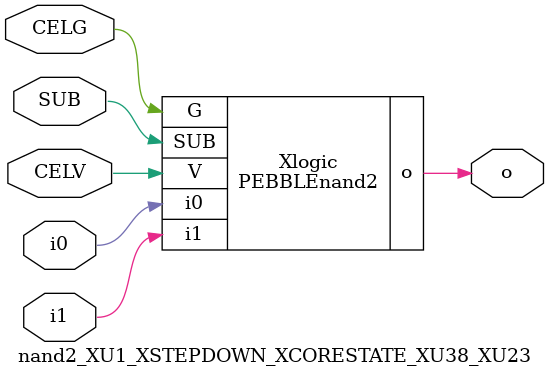
<source format=v>



module PEBBLEnand2 ( o, G, SUB, V, i0, i1 );

  input i0;
  input V;
  input i1;
  input G;
  output o;
  input SUB;
endmodule

//Celera Confidential Do Not Copy nand2_XU1_XSTEPDOWN_XCORESTATE_XU38_XU23
//Celera Confidential Symbol Generator
//5V NAND2
module nand2_XU1_XSTEPDOWN_XCORESTATE_XU38_XU23 (CELV,CELG,i0,i1,o,SUB);
input CELV;
input CELG;
input i0;
input i1;
input SUB;
output o;

//Celera Confidential Do Not Copy nand2
PEBBLEnand2 Xlogic(
.V (CELV),
.i0 (i0),
.i1 (i1),
.o (o),
.SUB (SUB),
.G (CELG)
);
//,diesize,PEBBLEnand2

//Celera Confidential Do Not Copy Module End
//Celera Schematic Generator
endmodule

</source>
